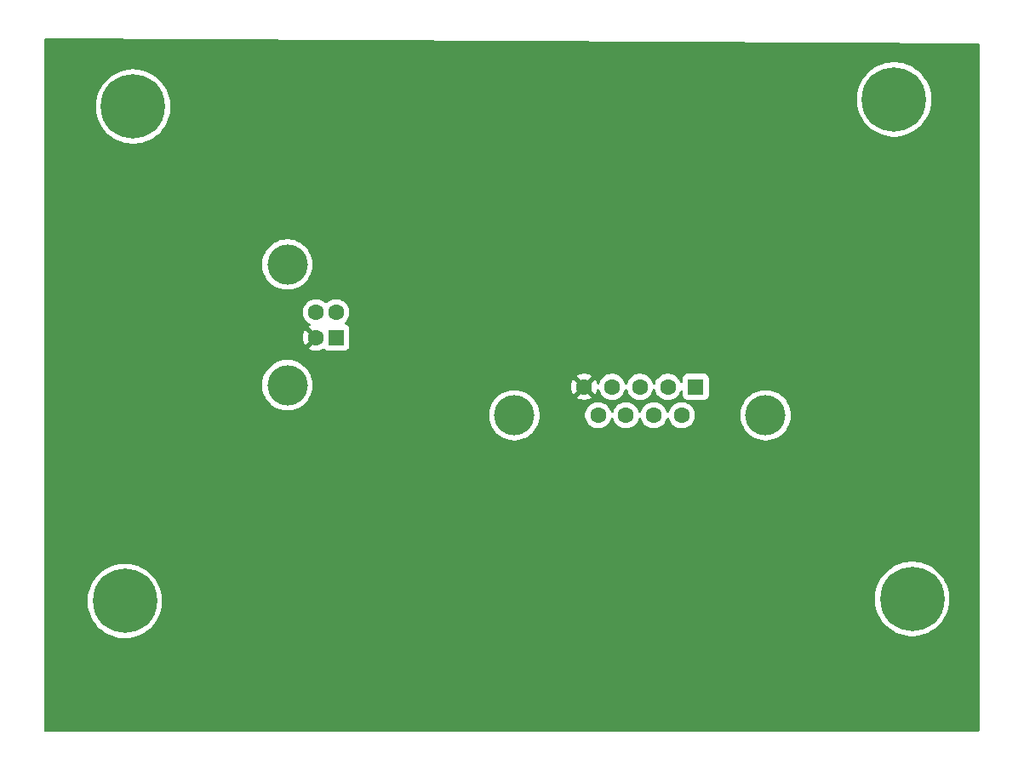
<source format=gbr>
%TF.GenerationSoftware,KiCad,Pcbnew,9.0.1*%
%TF.CreationDate,2025-05-14T18:29:24+05:30*%
%TF.ProjectId,usb,7573622e-6b69-4636-9164-5f7063625858,rev?*%
%TF.SameCoordinates,Original*%
%TF.FileFunction,Copper,L2,Bot*%
%TF.FilePolarity,Positive*%
%FSLAX46Y46*%
G04 Gerber Fmt 4.6, Leading zero omitted, Abs format (unit mm)*
G04 Created by KiCad (PCBNEW 9.0.1) date 2025-05-14 18:29:24*
%MOMM*%
%LPD*%
G01*
G04 APERTURE LIST*
%TA.AperFunction,ComponentPad*%
%ADD10C,4.000000*%
%TD*%
%TA.AperFunction,ComponentPad*%
%ADD11R,1.600000X1.600000*%
%TD*%
%TA.AperFunction,ComponentPad*%
%ADD12C,1.600000*%
%TD*%
%TA.AperFunction,ComponentPad*%
%ADD13C,0.800000*%
%TD*%
%TA.AperFunction,ComponentPad*%
%ADD14C,6.400000*%
%TD*%
G04 APERTURE END LIST*
D10*
%TO.P,J2,0,PAD*%
%TO.N,unconnected-(J2-PAD-Pad0)_1*%
X153230000Y-82525001D03*
%TO.N,unconnected-(J2-PAD-Pad0)*%
X178230000Y-82525001D03*
D11*
%TO.P,J2,1,1*%
%TO.N,unconnected-(J2-Pad1)*%
X171270000Y-79685001D03*
D12*
%TO.P,J2,2,2*%
%TO.N,Net-(U2-R1IN)*%
X168500000Y-79685001D03*
%TO.P,J2,3,3*%
%TO.N,Net-(U2-T1OUT)*%
X165730000Y-79685001D03*
%TO.P,J2,4,4*%
%TO.N,unconnected-(J2-Pad4)*%
X162960000Y-79685001D03*
%TO.P,J2,5,5*%
%TO.N,GND*%
X160190000Y-79685001D03*
%TO.P,J2,6,6*%
%TO.N,unconnected-(J2-Pad6)*%
X169885000Y-82525001D03*
%TO.P,J2,7,7*%
%TO.N,unconnected-(J2-Pad7)*%
X167115000Y-82525001D03*
%TO.P,J2,8,8*%
%TO.N,unconnected-(J2-Pad8)*%
X164345000Y-82525001D03*
%TO.P,J2,9,9*%
%TO.N,unconnected-(J2-Pad9)*%
X161575000Y-82525001D03*
%TD*%
D13*
%TO.P,H1,1,1*%
%TO.N,unconnected-(H1-Pad1)_6*%
X117702944Y-51802944D03*
%TO.N,unconnected-(H1-Pad1)_1*%
X117000000Y-53500000D03*
%TO.N,unconnected-(H1-Pad1)_2*%
X117000000Y-50105888D03*
%TO.N,unconnected-(H1-Pad1)_3*%
X115302944Y-54202944D03*
D14*
%TO.N,unconnected-(H1-Pad1)_7*%
X115302944Y-51802944D03*
D13*
%TO.N,unconnected-(H1-Pad1)_8*%
X115302944Y-49402944D03*
%TO.N,unconnected-(H1-Pad1)_5*%
X113605888Y-53500000D03*
%TO.N,unconnected-(H1-Pad1)*%
X113605888Y-50105888D03*
%TO.N,unconnected-(H1-Pad1)_4*%
X112902944Y-51802944D03*
%TD*%
%TO.P,H2,1,1*%
%TO.N,unconnected-(H2-Pad1)_8*%
X193400000Y-51100000D03*
%TO.N,unconnected-(H2-Pad1)_2*%
X192697056Y-52797056D03*
%TO.N,unconnected-(H2-Pad1)_4*%
X192697056Y-49402944D03*
%TO.N,unconnected-(H2-Pad1)_7*%
X191000000Y-53500000D03*
D14*
%TO.N,unconnected-(H2-Pad1)_5*%
X191000000Y-51100000D03*
D13*
%TO.N,unconnected-(H2-Pad1)_6*%
X191000000Y-48700000D03*
%TO.N,unconnected-(H2-Pad1)_3*%
X189302944Y-52797056D03*
%TO.N,unconnected-(H2-Pad1)*%
X189302944Y-49402944D03*
%TO.N,unconnected-(H2-Pad1)_1*%
X188600000Y-51100000D03*
%TD*%
%TO.P,H3,1,1*%
%TO.N,unconnected-(H3-Pad1)_4*%
X116900000Y-101000000D03*
%TO.N,unconnected-(H3-Pad1)_7*%
X116197056Y-102697056D03*
%TO.N,unconnected-(H3-Pad1)_8*%
X116197056Y-99302944D03*
%TO.N,unconnected-(H3-Pad1)*%
X114500000Y-103400000D03*
D14*
%TO.N,unconnected-(H3-Pad1)_2*%
X114500000Y-101000000D03*
D13*
%TO.N,unconnected-(H3-Pad1)_3*%
X114500000Y-98600000D03*
%TO.N,unconnected-(H3-Pad1)_5*%
X112802944Y-102697056D03*
%TO.N,unconnected-(H3-Pad1)_1*%
X112802944Y-99302944D03*
%TO.N,unconnected-(H3-Pad1)_6*%
X112100000Y-101000000D03*
%TD*%
%TO.P,H4,1,1*%
%TO.N,unconnected-(H4-Pad1)_6*%
X190402944Y-100802944D03*
%TO.N,unconnected-(H4-Pad1)_7*%
X191105888Y-99105888D03*
%TO.N,unconnected-(H4-Pad1)_1*%
X191105888Y-102500000D03*
%TO.N,unconnected-(H4-Pad1)_8*%
X192802944Y-98402944D03*
D14*
%TO.N,unconnected-(H4-Pad1)_3*%
X192802944Y-100802944D03*
D13*
%TO.N,unconnected-(H4-Pad1)_4*%
X192802944Y-103202944D03*
%TO.N,unconnected-(H4-Pad1)*%
X194500000Y-99105888D03*
%TO.N,unconnected-(H4-Pad1)_5*%
X194500000Y-102500000D03*
%TO.N,unconnected-(H4-Pad1)_2*%
X195202944Y-100802944D03*
%TD*%
D11*
%TO.P,J1,1,VBUS*%
%TO.N,+5V*%
X135517500Y-74775001D03*
D12*
%TO.P,J1,2,D-*%
%TO.N,/USB_D-*%
X135517500Y-72275001D03*
%TO.P,J1,3,D+*%
%TO.N,/USB_D+*%
X133517500Y-72275001D03*
%TO.P,J1,4,GND*%
%TO.N,GND*%
X133517500Y-74775001D03*
D10*
%TO.P,J1,5,Shield*%
%TO.N,unconnected-(J1-Shield-Pad5)_1*%
X130657500Y-79525001D03*
%TO.N,unconnected-(J1-Shield-Pad5)*%
X130657500Y-67525001D03*
%TD*%
%TA.AperFunction,Conductor*%
%TO.N,GND*%
G36*
X199376670Y-45499336D02*
G01*
X199443599Y-45519380D01*
X199489070Y-45572430D01*
X199500000Y-45623334D01*
X199500000Y-113876000D01*
X199480315Y-113943039D01*
X199427511Y-113988794D01*
X199376000Y-114000000D01*
X106624000Y-114000000D01*
X106556961Y-113980315D01*
X106511206Y-113927511D01*
X106500000Y-113876000D01*
X106500000Y-100818209D01*
X110799500Y-100818209D01*
X110799500Y-101181790D01*
X110835137Y-101543630D01*
X110906064Y-101900212D01*
X110906067Y-101900223D01*
X111011614Y-102248165D01*
X111150754Y-102584078D01*
X111150756Y-102584083D01*
X111322140Y-102904720D01*
X111322151Y-102904738D01*
X111524140Y-103207035D01*
X111524150Y-103207049D01*
X111754807Y-103488106D01*
X112011893Y-103745192D01*
X112011898Y-103745196D01*
X112011899Y-103745197D01*
X112292956Y-103975854D01*
X112595268Y-104177853D01*
X112595277Y-104177858D01*
X112595279Y-104177859D01*
X112915916Y-104349243D01*
X112915918Y-104349243D01*
X112915924Y-104349247D01*
X113251836Y-104488386D01*
X113599767Y-104593930D01*
X113599773Y-104593931D01*
X113599776Y-104593932D01*
X113599787Y-104593935D01*
X113956369Y-104664862D01*
X114318206Y-104700500D01*
X114318209Y-104700500D01*
X114681791Y-104700500D01*
X114681794Y-104700500D01*
X115043631Y-104664862D01*
X115113045Y-104651054D01*
X115400212Y-104593935D01*
X115400223Y-104593932D01*
X115400223Y-104593931D01*
X115400233Y-104593930D01*
X115748164Y-104488386D01*
X116084076Y-104349247D01*
X116404732Y-104177853D01*
X116707044Y-103975854D01*
X116988101Y-103745197D01*
X117245197Y-103488101D01*
X117475854Y-103207044D01*
X117677853Y-102904732D01*
X117849247Y-102584076D01*
X117988386Y-102248164D01*
X118093930Y-101900233D01*
X118093932Y-101900223D01*
X118093935Y-101900212D01*
X118164862Y-101543630D01*
X118184270Y-101346575D01*
X118200500Y-101181794D01*
X118200500Y-100818206D01*
X118181092Y-100621153D01*
X189102444Y-100621153D01*
X189102444Y-100984734D01*
X189138081Y-101346574D01*
X189209008Y-101703156D01*
X189209011Y-101703167D01*
X189314558Y-102051109D01*
X189453698Y-102387022D01*
X189453700Y-102387027D01*
X189625084Y-102707664D01*
X189625095Y-102707682D01*
X189827084Y-103009979D01*
X189827094Y-103009993D01*
X190057751Y-103291050D01*
X190314837Y-103548136D01*
X190314842Y-103548140D01*
X190314843Y-103548141D01*
X190595900Y-103778798D01*
X190898212Y-103980797D01*
X190898221Y-103980802D01*
X190898223Y-103980803D01*
X191218860Y-104152187D01*
X191218862Y-104152187D01*
X191218868Y-104152191D01*
X191554780Y-104291330D01*
X191902711Y-104396874D01*
X191902717Y-104396875D01*
X191902720Y-104396876D01*
X191902731Y-104396879D01*
X192259313Y-104467806D01*
X192621150Y-104503444D01*
X192621153Y-104503444D01*
X192984735Y-104503444D01*
X192984738Y-104503444D01*
X193346575Y-104467806D01*
X193415989Y-104453998D01*
X193703156Y-104396879D01*
X193703167Y-104396876D01*
X193703167Y-104396875D01*
X193703177Y-104396874D01*
X194051108Y-104291330D01*
X194387020Y-104152191D01*
X194707676Y-103980797D01*
X195009988Y-103778798D01*
X195291045Y-103548141D01*
X195548141Y-103291045D01*
X195778798Y-103009988D01*
X195980797Y-102707676D01*
X196152191Y-102387020D01*
X196291330Y-102051108D01*
X196396874Y-101703177D01*
X196396876Y-101703167D01*
X196396879Y-101703156D01*
X196467806Y-101346574D01*
X196503444Y-100984738D01*
X196503444Y-100621150D01*
X196467806Y-100259313D01*
X196436075Y-100099787D01*
X196396879Y-99902731D01*
X196396876Y-99902720D01*
X196396875Y-99902717D01*
X196396874Y-99902711D01*
X196291330Y-99554780D01*
X196152191Y-99218868D01*
X196086131Y-99095279D01*
X195980803Y-98898223D01*
X195980802Y-98898221D01*
X195980797Y-98898212D01*
X195778798Y-98595900D01*
X195548141Y-98314843D01*
X195548140Y-98314842D01*
X195548136Y-98314837D01*
X195291050Y-98057751D01*
X195009993Y-97827094D01*
X195009992Y-97827093D01*
X195009988Y-97827090D01*
X194707676Y-97625091D01*
X194707671Y-97625088D01*
X194707664Y-97625084D01*
X194387027Y-97453700D01*
X194387022Y-97453698D01*
X194051109Y-97314558D01*
X193703167Y-97209011D01*
X193703156Y-97209008D01*
X193346574Y-97138081D01*
X193074055Y-97111240D01*
X192984738Y-97102444D01*
X192621150Y-97102444D01*
X192538623Y-97110572D01*
X192259313Y-97138081D01*
X191902731Y-97209008D01*
X191902720Y-97209011D01*
X191554778Y-97314558D01*
X191218865Y-97453698D01*
X191218860Y-97453700D01*
X190898223Y-97625084D01*
X190898205Y-97625095D01*
X190595908Y-97827084D01*
X190595894Y-97827094D01*
X190314837Y-98057751D01*
X190057751Y-98314837D01*
X189827094Y-98595894D01*
X189827084Y-98595908D01*
X189625095Y-98898205D01*
X189625084Y-98898223D01*
X189453700Y-99218860D01*
X189453698Y-99218865D01*
X189314558Y-99554778D01*
X189209011Y-99902720D01*
X189209008Y-99902731D01*
X189138081Y-100259313D01*
X189102444Y-100621153D01*
X118181092Y-100621153D01*
X118164862Y-100456369D01*
X118093935Y-100099787D01*
X118093932Y-100099776D01*
X118093931Y-100099773D01*
X118093930Y-100099767D01*
X117988386Y-99751836D01*
X117849247Y-99415924D01*
X117743918Y-99218868D01*
X117677859Y-99095279D01*
X117677858Y-99095277D01*
X117677853Y-99095268D01*
X117475854Y-98792956D01*
X117245197Y-98511899D01*
X117245196Y-98511898D01*
X117245192Y-98511893D01*
X116988106Y-98254807D01*
X116707049Y-98024150D01*
X116707048Y-98024149D01*
X116707044Y-98024146D01*
X116404732Y-97822147D01*
X116404727Y-97822144D01*
X116404720Y-97822140D01*
X116084083Y-97650756D01*
X116084078Y-97650754D01*
X115748165Y-97511614D01*
X115400223Y-97406067D01*
X115400212Y-97406064D01*
X115043630Y-97335137D01*
X114771111Y-97308296D01*
X114681794Y-97299500D01*
X114318206Y-97299500D01*
X114235679Y-97307628D01*
X113956369Y-97335137D01*
X113599787Y-97406064D01*
X113599776Y-97406067D01*
X113251834Y-97511614D01*
X112915921Y-97650754D01*
X112915916Y-97650756D01*
X112595279Y-97822140D01*
X112595261Y-97822151D01*
X112292964Y-98024140D01*
X112292950Y-98024150D01*
X112011893Y-98254807D01*
X111754807Y-98511893D01*
X111524150Y-98792950D01*
X111524140Y-98792964D01*
X111322151Y-99095261D01*
X111322140Y-99095279D01*
X111150756Y-99415916D01*
X111150754Y-99415921D01*
X111011614Y-99751834D01*
X110906067Y-100099776D01*
X110906064Y-100099787D01*
X110835137Y-100456369D01*
X110799500Y-100818209D01*
X106500000Y-100818209D01*
X106500000Y-82384569D01*
X150729500Y-82384569D01*
X150729500Y-82665432D01*
X150760942Y-82944495D01*
X150760945Y-82944513D01*
X150823439Y-83218318D01*
X150823443Y-83218330D01*
X150916200Y-83483412D01*
X151038053Y-83736443D01*
X151038055Y-83736446D01*
X151187477Y-83974249D01*
X151362584Y-84193826D01*
X151561175Y-84392417D01*
X151780752Y-84567524D01*
X152018555Y-84716946D01*
X152271592Y-84838802D01*
X152470680Y-84908466D01*
X152536670Y-84931557D01*
X152536682Y-84931561D01*
X152810491Y-84994056D01*
X152810497Y-84994056D01*
X152810505Y-84994058D01*
X152996547Y-85015019D01*
X153089569Y-85025500D01*
X153089572Y-85025501D01*
X153089575Y-85025501D01*
X153370428Y-85025501D01*
X153370429Y-85025500D01*
X153513055Y-85009430D01*
X153649494Y-84994058D01*
X153649499Y-84994057D01*
X153649509Y-84994056D01*
X153923318Y-84931561D01*
X154188408Y-84838802D01*
X154441445Y-84716946D01*
X154679248Y-84567524D01*
X154898825Y-84392417D01*
X155097416Y-84193826D01*
X155272523Y-83974249D01*
X155421945Y-83736446D01*
X155543801Y-83483409D01*
X155636560Y-83218319D01*
X155699055Y-82944510D01*
X155712010Y-82829535D01*
X155714429Y-82808056D01*
X155730500Y-82665426D01*
X155730500Y-82422649D01*
X160274500Y-82422649D01*
X160274500Y-82627352D01*
X160306522Y-82829535D01*
X160369781Y-83024224D01*
X160462715Y-83206614D01*
X160583028Y-83372214D01*
X160727786Y-83516972D01*
X160882749Y-83629557D01*
X160893390Y-83637288D01*
X161009607Y-83696504D01*
X161075776Y-83730219D01*
X161075778Y-83730219D01*
X161075781Y-83730221D01*
X161180137Y-83764128D01*
X161270465Y-83793478D01*
X161371557Y-83809489D01*
X161472648Y-83825501D01*
X161472649Y-83825501D01*
X161677351Y-83825501D01*
X161677352Y-83825501D01*
X161879534Y-83793478D01*
X162074219Y-83730221D01*
X162256610Y-83637288D01*
X162349590Y-83569733D01*
X162422213Y-83516972D01*
X162422215Y-83516969D01*
X162422219Y-83516967D01*
X162566966Y-83372220D01*
X162566968Y-83372216D01*
X162566971Y-83372214D01*
X162619732Y-83299591D01*
X162687287Y-83206611D01*
X162780220Y-83024220D01*
X162842069Y-82833869D01*
X162881507Y-82776194D01*
X162945866Y-82748996D01*
X163014712Y-82760911D01*
X163066188Y-82808155D01*
X163077931Y-82833869D01*
X163139781Y-83024224D01*
X163232715Y-83206614D01*
X163353028Y-83372214D01*
X163497786Y-83516972D01*
X163652749Y-83629557D01*
X163663390Y-83637288D01*
X163779607Y-83696504D01*
X163845776Y-83730219D01*
X163845778Y-83730219D01*
X163845781Y-83730221D01*
X163950137Y-83764128D01*
X164040465Y-83793478D01*
X164141557Y-83809489D01*
X164242648Y-83825501D01*
X164242649Y-83825501D01*
X164447351Y-83825501D01*
X164447352Y-83825501D01*
X164649534Y-83793478D01*
X164844219Y-83730221D01*
X165026610Y-83637288D01*
X165119590Y-83569733D01*
X165192213Y-83516972D01*
X165192215Y-83516969D01*
X165192219Y-83516967D01*
X165336966Y-83372220D01*
X165336968Y-83372216D01*
X165336971Y-83372214D01*
X165389732Y-83299591D01*
X165457287Y-83206611D01*
X165550220Y-83024220D01*
X165612069Y-82833869D01*
X165651507Y-82776194D01*
X165715866Y-82748996D01*
X165784712Y-82760911D01*
X165836188Y-82808155D01*
X165847931Y-82833869D01*
X165909781Y-83024224D01*
X166002715Y-83206614D01*
X166123028Y-83372214D01*
X166267786Y-83516972D01*
X166422749Y-83629557D01*
X166433390Y-83637288D01*
X166549607Y-83696504D01*
X166615776Y-83730219D01*
X166615778Y-83730219D01*
X166615781Y-83730221D01*
X166720137Y-83764128D01*
X166810465Y-83793478D01*
X166911557Y-83809489D01*
X167012648Y-83825501D01*
X167012649Y-83825501D01*
X167217351Y-83825501D01*
X167217352Y-83825501D01*
X167419534Y-83793478D01*
X167614219Y-83730221D01*
X167796610Y-83637288D01*
X167889590Y-83569733D01*
X167962213Y-83516972D01*
X167962215Y-83516969D01*
X167962219Y-83516967D01*
X168106966Y-83372220D01*
X168106968Y-83372216D01*
X168106971Y-83372214D01*
X168159732Y-83299591D01*
X168227287Y-83206611D01*
X168320220Y-83024220D01*
X168382069Y-82833869D01*
X168421507Y-82776194D01*
X168485866Y-82748996D01*
X168554712Y-82760911D01*
X168606188Y-82808155D01*
X168617931Y-82833869D01*
X168679781Y-83024224D01*
X168772715Y-83206614D01*
X168893028Y-83372214D01*
X169037786Y-83516972D01*
X169192749Y-83629557D01*
X169203390Y-83637288D01*
X169319607Y-83696504D01*
X169385776Y-83730219D01*
X169385778Y-83730219D01*
X169385781Y-83730221D01*
X169490137Y-83764128D01*
X169580465Y-83793478D01*
X169681557Y-83809489D01*
X169782648Y-83825501D01*
X169782649Y-83825501D01*
X169987351Y-83825501D01*
X169987352Y-83825501D01*
X170189534Y-83793478D01*
X170384219Y-83730221D01*
X170566610Y-83637288D01*
X170659590Y-83569733D01*
X170732213Y-83516972D01*
X170732215Y-83516969D01*
X170732219Y-83516967D01*
X170876966Y-83372220D01*
X170876968Y-83372216D01*
X170876971Y-83372214D01*
X170929732Y-83299591D01*
X170997287Y-83206611D01*
X171090220Y-83024220D01*
X171153477Y-82829535D01*
X171185500Y-82627353D01*
X171185500Y-82422649D01*
X171179469Y-82384569D01*
X175729500Y-82384569D01*
X175729500Y-82665432D01*
X175760942Y-82944495D01*
X175760945Y-82944513D01*
X175823439Y-83218318D01*
X175823443Y-83218330D01*
X175916200Y-83483412D01*
X176038053Y-83736443D01*
X176038055Y-83736446D01*
X176187477Y-83974249D01*
X176362584Y-84193826D01*
X176561175Y-84392417D01*
X176780752Y-84567524D01*
X177018555Y-84716946D01*
X177271592Y-84838802D01*
X177470680Y-84908466D01*
X177536670Y-84931557D01*
X177536682Y-84931561D01*
X177810491Y-84994056D01*
X177810497Y-84994056D01*
X177810505Y-84994058D01*
X177996547Y-85015019D01*
X178089569Y-85025500D01*
X178089572Y-85025501D01*
X178089575Y-85025501D01*
X178370428Y-85025501D01*
X178370429Y-85025500D01*
X178513055Y-85009430D01*
X178649494Y-84994058D01*
X178649499Y-84994057D01*
X178649509Y-84994056D01*
X178923318Y-84931561D01*
X179188408Y-84838802D01*
X179441445Y-84716946D01*
X179679248Y-84567524D01*
X179898825Y-84392417D01*
X180097416Y-84193826D01*
X180272523Y-83974249D01*
X180421945Y-83736446D01*
X180543801Y-83483409D01*
X180636560Y-83218319D01*
X180699055Y-82944510D01*
X180712010Y-82829535D01*
X180714429Y-82808056D01*
X180730500Y-82665426D01*
X180730500Y-82384576D01*
X180714418Y-82241846D01*
X180699057Y-82105506D01*
X180699054Y-82105488D01*
X180673620Y-81994056D01*
X180636560Y-81831683D01*
X180543801Y-81566593D01*
X180421945Y-81313556D01*
X180272523Y-81075753D01*
X180097416Y-80856176D01*
X179898825Y-80657585D01*
X179679248Y-80482478D01*
X179441445Y-80333056D01*
X179441442Y-80333054D01*
X179188411Y-80211201D01*
X178923329Y-80118444D01*
X178923317Y-80118440D01*
X178649512Y-80055946D01*
X178649494Y-80055943D01*
X178370431Y-80024501D01*
X178370425Y-80024501D01*
X178089575Y-80024501D01*
X178089568Y-80024501D01*
X177810505Y-80055943D01*
X177810487Y-80055946D01*
X177536682Y-80118440D01*
X177536670Y-80118444D01*
X177271588Y-80211201D01*
X177018557Y-80333054D01*
X176780753Y-80482477D01*
X176561175Y-80657584D01*
X176362583Y-80856176D01*
X176187476Y-81075754D01*
X176038053Y-81313558D01*
X175916200Y-81566589D01*
X175823443Y-81831671D01*
X175823439Y-81831683D01*
X175760945Y-82105488D01*
X175760942Y-82105506D01*
X175729500Y-82384569D01*
X171179469Y-82384569D01*
X171153477Y-82220467D01*
X171152068Y-82216132D01*
X171090218Y-82025777D01*
X171042210Y-81931557D01*
X170997287Y-81843391D01*
X170988772Y-81831671D01*
X170876971Y-81677787D01*
X170732213Y-81533029D01*
X170566613Y-81412716D01*
X170566612Y-81412715D01*
X170566610Y-81412714D01*
X170509653Y-81383692D01*
X170384223Y-81319782D01*
X170189534Y-81256523D01*
X170014995Y-81228879D01*
X169987352Y-81224501D01*
X169782648Y-81224501D01*
X169758329Y-81228352D01*
X169580465Y-81256523D01*
X169385776Y-81319782D01*
X169203386Y-81412716D01*
X169037786Y-81533029D01*
X168893028Y-81677787D01*
X168772715Y-81843387D01*
X168679781Y-82025777D01*
X168617931Y-82216132D01*
X168578493Y-82273807D01*
X168514134Y-82301005D01*
X168445288Y-82289090D01*
X168393812Y-82241846D01*
X168382069Y-82216132D01*
X168320218Y-82025777D01*
X168272210Y-81931557D01*
X168227287Y-81843391D01*
X168218772Y-81831671D01*
X168106971Y-81677787D01*
X167962213Y-81533029D01*
X167796613Y-81412716D01*
X167796612Y-81412715D01*
X167796610Y-81412714D01*
X167739653Y-81383692D01*
X167614223Y-81319782D01*
X167419534Y-81256523D01*
X167244995Y-81228879D01*
X167217352Y-81224501D01*
X167012648Y-81224501D01*
X166988329Y-81228352D01*
X166810465Y-81256523D01*
X166615776Y-81319782D01*
X166433386Y-81412716D01*
X166267786Y-81533029D01*
X166123028Y-81677787D01*
X166002715Y-81843387D01*
X165909781Y-82025777D01*
X165847931Y-82216132D01*
X165808493Y-82273807D01*
X165744134Y-82301005D01*
X165675288Y-82289090D01*
X165623812Y-82241846D01*
X165612069Y-82216132D01*
X165550218Y-82025777D01*
X165502210Y-81931557D01*
X165457287Y-81843391D01*
X165448772Y-81831671D01*
X165336971Y-81677787D01*
X165192213Y-81533029D01*
X165026613Y-81412716D01*
X165026612Y-81412715D01*
X165026610Y-81412714D01*
X164969653Y-81383692D01*
X164844223Y-81319782D01*
X164649534Y-81256523D01*
X164474995Y-81228879D01*
X164447352Y-81224501D01*
X164242648Y-81224501D01*
X164218329Y-81228352D01*
X164040465Y-81256523D01*
X163845776Y-81319782D01*
X163663386Y-81412716D01*
X163497786Y-81533029D01*
X163353028Y-81677787D01*
X163232715Y-81843387D01*
X163139781Y-82025777D01*
X163077931Y-82216132D01*
X163038493Y-82273807D01*
X162974134Y-82301005D01*
X162905288Y-82289090D01*
X162853812Y-82241846D01*
X162842069Y-82216132D01*
X162780218Y-82025777D01*
X162732210Y-81931557D01*
X162687287Y-81843391D01*
X162678772Y-81831671D01*
X162566971Y-81677787D01*
X162422213Y-81533029D01*
X162256613Y-81412716D01*
X162256612Y-81412715D01*
X162256610Y-81412714D01*
X162199653Y-81383692D01*
X162074223Y-81319782D01*
X161879534Y-81256523D01*
X161704995Y-81228879D01*
X161677352Y-81224501D01*
X161472648Y-81224501D01*
X161448329Y-81228352D01*
X161270465Y-81256523D01*
X161075776Y-81319782D01*
X160893386Y-81412716D01*
X160727786Y-81533029D01*
X160583028Y-81677787D01*
X160462715Y-81843387D01*
X160369781Y-82025777D01*
X160306522Y-82220466D01*
X160274500Y-82422649D01*
X155730500Y-82422649D01*
X155730500Y-82384576D01*
X155714418Y-82241846D01*
X155699057Y-82105506D01*
X155699054Y-82105488D01*
X155673620Y-81994056D01*
X155636560Y-81831683D01*
X155543801Y-81566593D01*
X155421945Y-81313556D01*
X155272523Y-81075753D01*
X155097416Y-80856176D01*
X154898825Y-80657585D01*
X154679248Y-80482478D01*
X154441445Y-80333056D01*
X154441442Y-80333054D01*
X154188411Y-80211201D01*
X153923329Y-80118444D01*
X153923317Y-80118440D01*
X153649512Y-80055946D01*
X153649494Y-80055943D01*
X153370431Y-80024501D01*
X153370425Y-80024501D01*
X153089575Y-80024501D01*
X153089568Y-80024501D01*
X152810505Y-80055943D01*
X152810487Y-80055946D01*
X152536682Y-80118440D01*
X152536670Y-80118444D01*
X152271588Y-80211201D01*
X152018557Y-80333054D01*
X151780753Y-80482477D01*
X151561175Y-80657584D01*
X151362583Y-80856176D01*
X151187476Y-81075754D01*
X151038053Y-81313558D01*
X150916200Y-81566589D01*
X150823443Y-81831671D01*
X150823439Y-81831683D01*
X150760945Y-82105488D01*
X150760942Y-82105506D01*
X150729500Y-82384569D01*
X106500000Y-82384569D01*
X106500000Y-79384569D01*
X128157000Y-79384569D01*
X128157000Y-79665432D01*
X128188442Y-79944495D01*
X128188445Y-79944513D01*
X128250939Y-80218318D01*
X128250943Y-80218330D01*
X128343700Y-80483412D01*
X128465553Y-80736443D01*
X128465555Y-80736446D01*
X128614977Y-80974249D01*
X128790084Y-81193826D01*
X128988675Y-81392417D01*
X129208252Y-81567524D01*
X129446055Y-81716946D01*
X129699092Y-81838802D01*
X129898180Y-81908466D01*
X129964170Y-81931557D01*
X129964182Y-81931561D01*
X130237991Y-81994056D01*
X130237997Y-81994056D01*
X130238005Y-81994058D01*
X130424047Y-82015019D01*
X130517069Y-82025500D01*
X130517072Y-82025501D01*
X130517075Y-82025501D01*
X130797928Y-82025501D01*
X130797929Y-82025500D01*
X130940555Y-82009430D01*
X131076994Y-81994058D01*
X131076999Y-81994057D01*
X131077009Y-81994056D01*
X131350818Y-81931561D01*
X131615908Y-81838802D01*
X131868945Y-81716946D01*
X132106748Y-81567524D01*
X132326325Y-81392417D01*
X132524916Y-81193826D01*
X132700023Y-80974249D01*
X132849445Y-80736446D01*
X132971301Y-80483409D01*
X133064060Y-80218319D01*
X133126555Y-79944510D01*
X133130557Y-79908996D01*
X133155794Y-79685001D01*
X133158000Y-79665426D01*
X133158000Y-79582683D01*
X158890000Y-79582683D01*
X158890000Y-79787318D01*
X158922009Y-79989418D01*
X158985244Y-80184032D01*
X159078141Y-80366351D01*
X159078147Y-80366360D01*
X159110523Y-80410922D01*
X159110524Y-80410923D01*
X159707037Y-79814410D01*
X159724075Y-79877994D01*
X159789901Y-79992008D01*
X159882993Y-80085100D01*
X159997007Y-80150926D01*
X160060590Y-80167963D01*
X159464076Y-80764475D01*
X159508650Y-80796860D01*
X159690968Y-80889756D01*
X159885582Y-80952991D01*
X160087683Y-80985001D01*
X160292317Y-80985001D01*
X160494417Y-80952991D01*
X160689031Y-80889756D01*
X160871349Y-80796860D01*
X160915921Y-80764475D01*
X160319409Y-80167963D01*
X160382993Y-80150926D01*
X160497007Y-80085100D01*
X160590099Y-79992008D01*
X160655925Y-79877994D01*
X160672962Y-79814410D01*
X161269474Y-80410922D01*
X161301859Y-80366350D01*
X161394755Y-80184030D01*
X161456806Y-79993062D01*
X161496244Y-79935386D01*
X161560602Y-79908188D01*
X161629449Y-79920103D01*
X161680924Y-79967347D01*
X161692668Y-79993061D01*
X161754781Y-80184224D01*
X161818691Y-80309654D01*
X161847585Y-80366360D01*
X161847715Y-80366614D01*
X161968028Y-80532214D01*
X162112786Y-80676972D01*
X162194647Y-80736446D01*
X162278390Y-80797288D01*
X162367212Y-80842545D01*
X162460776Y-80890219D01*
X162460778Y-80890219D01*
X162460781Y-80890221D01*
X162565137Y-80924128D01*
X162655465Y-80953478D01*
X162756557Y-80969489D01*
X162857648Y-80985501D01*
X162857649Y-80985501D01*
X163062351Y-80985501D01*
X163062352Y-80985501D01*
X163264534Y-80953478D01*
X163459219Y-80890221D01*
X163641610Y-80797288D01*
X163737901Y-80727329D01*
X163807213Y-80676972D01*
X163807215Y-80676969D01*
X163807219Y-80676967D01*
X163951966Y-80532220D01*
X163951968Y-80532216D01*
X163951971Y-80532214D01*
X164004732Y-80459591D01*
X164072287Y-80366611D01*
X164165220Y-80184220D01*
X164227069Y-79993869D01*
X164266507Y-79936194D01*
X164330866Y-79908996D01*
X164399712Y-79920911D01*
X164451188Y-79968155D01*
X164462931Y-79993869D01*
X164524781Y-80184224D01*
X164588691Y-80309654D01*
X164617585Y-80366360D01*
X164617715Y-80366614D01*
X164738028Y-80532214D01*
X164882786Y-80676972D01*
X164964647Y-80736446D01*
X165048390Y-80797288D01*
X165137212Y-80842545D01*
X165230776Y-80890219D01*
X165230778Y-80890219D01*
X165230781Y-80890221D01*
X165335137Y-80924128D01*
X165425465Y-80953478D01*
X165526557Y-80969489D01*
X165627648Y-80985501D01*
X165627649Y-80985501D01*
X165832351Y-80985501D01*
X165832352Y-80985501D01*
X166034534Y-80953478D01*
X166229219Y-80890221D01*
X166411610Y-80797288D01*
X166507901Y-80727329D01*
X166577213Y-80676972D01*
X166577215Y-80676969D01*
X166577219Y-80676967D01*
X166721966Y-80532220D01*
X166721968Y-80532216D01*
X166721971Y-80532214D01*
X166774732Y-80459591D01*
X166842287Y-80366611D01*
X166935220Y-80184220D01*
X166997069Y-79993869D01*
X167036507Y-79936194D01*
X167100866Y-79908996D01*
X167169712Y-79920911D01*
X167221188Y-79968155D01*
X167232931Y-79993869D01*
X167294781Y-80184224D01*
X167358691Y-80309654D01*
X167387585Y-80366360D01*
X167387715Y-80366614D01*
X167508028Y-80532214D01*
X167652786Y-80676972D01*
X167734647Y-80736446D01*
X167818390Y-80797288D01*
X167907212Y-80842545D01*
X168000776Y-80890219D01*
X168000778Y-80890219D01*
X168000781Y-80890221D01*
X168105137Y-80924128D01*
X168195465Y-80953478D01*
X168296557Y-80969489D01*
X168397648Y-80985501D01*
X168397649Y-80985501D01*
X168602351Y-80985501D01*
X168602352Y-80985501D01*
X168804534Y-80953478D01*
X168999219Y-80890221D01*
X169181610Y-80797288D01*
X169277901Y-80727329D01*
X169347213Y-80676972D01*
X169347215Y-80676969D01*
X169347219Y-80676967D01*
X169491966Y-80532220D01*
X169491968Y-80532216D01*
X169491971Y-80532214D01*
X169544732Y-80459591D01*
X169612287Y-80366611D01*
X169705220Y-80184220D01*
X169727570Y-80115433D01*
X169767006Y-80057759D01*
X169831364Y-80030560D01*
X169900211Y-80042474D01*
X169951687Y-80089718D01*
X169969500Y-80153752D01*
X169969500Y-80532870D01*
X169969501Y-80532877D01*
X169975908Y-80592484D01*
X170026202Y-80727329D01*
X170026206Y-80727336D01*
X170112452Y-80842545D01*
X170112455Y-80842548D01*
X170227664Y-80928794D01*
X170227671Y-80928798D01*
X170362517Y-80979092D01*
X170362516Y-80979092D01*
X170369444Y-80979836D01*
X170422127Y-80985501D01*
X172117872Y-80985500D01*
X172177483Y-80979092D01*
X172312331Y-80928797D01*
X172427546Y-80842547D01*
X172513796Y-80727332D01*
X172564091Y-80592484D01*
X172570500Y-80532874D01*
X172570499Y-78837129D01*
X172564091Y-78777518D01*
X172532843Y-78693739D01*
X172513797Y-78642672D01*
X172513793Y-78642665D01*
X172427547Y-78527456D01*
X172427544Y-78527453D01*
X172312335Y-78441207D01*
X172312328Y-78441203D01*
X172177482Y-78390909D01*
X172177483Y-78390909D01*
X172117883Y-78384502D01*
X172117881Y-78384501D01*
X172117873Y-78384501D01*
X172117864Y-78384501D01*
X170422129Y-78384501D01*
X170422123Y-78384502D01*
X170362516Y-78390909D01*
X170227671Y-78441203D01*
X170227664Y-78441207D01*
X170112455Y-78527453D01*
X170112452Y-78527456D01*
X170026206Y-78642665D01*
X170026202Y-78642672D01*
X169975908Y-78777518D01*
X169970085Y-78831683D01*
X169969501Y-78837124D01*
X169969500Y-78837136D01*
X169969500Y-79216247D01*
X169949815Y-79283286D01*
X169897011Y-79329041D01*
X169827853Y-79338985D01*
X169764297Y-79309960D01*
X169727569Y-79254566D01*
X169716038Y-79219076D01*
X169705220Y-79185782D01*
X169705218Y-79185779D01*
X169705218Y-79185777D01*
X169612419Y-79003651D01*
X169612287Y-79003391D01*
X169580092Y-78959078D01*
X169491971Y-78837787D01*
X169347213Y-78693029D01*
X169181613Y-78572716D01*
X169181612Y-78572715D01*
X169181610Y-78572714D01*
X169124653Y-78543692D01*
X168999223Y-78479782D01*
X168804534Y-78416523D01*
X168629995Y-78388879D01*
X168602352Y-78384501D01*
X168397648Y-78384501D01*
X168373329Y-78388352D01*
X168195465Y-78416523D01*
X168000776Y-78479782D01*
X167818386Y-78572716D01*
X167652786Y-78693029D01*
X167508028Y-78837787D01*
X167387715Y-79003387D01*
X167294781Y-79185777D01*
X167232931Y-79376132D01*
X167193493Y-79433807D01*
X167129134Y-79461005D01*
X167060288Y-79449090D01*
X167008812Y-79401846D01*
X166997069Y-79376132D01*
X166946038Y-79219076D01*
X166935220Y-79185782D01*
X166935218Y-79185779D01*
X166935218Y-79185777D01*
X166842419Y-79003651D01*
X166842287Y-79003391D01*
X166810092Y-78959078D01*
X166721971Y-78837787D01*
X166577213Y-78693029D01*
X166411613Y-78572716D01*
X166411612Y-78572715D01*
X166411610Y-78572714D01*
X166354653Y-78543692D01*
X166229223Y-78479782D01*
X166034534Y-78416523D01*
X165859995Y-78388879D01*
X165832352Y-78384501D01*
X165627648Y-78384501D01*
X165603329Y-78388352D01*
X165425465Y-78416523D01*
X165230776Y-78479782D01*
X165048386Y-78572716D01*
X164882786Y-78693029D01*
X164738028Y-78837787D01*
X164617715Y-79003387D01*
X164524781Y-79185777D01*
X164462931Y-79376132D01*
X164423493Y-79433807D01*
X164359134Y-79461005D01*
X164290288Y-79449090D01*
X164238812Y-79401846D01*
X164227069Y-79376132D01*
X164176038Y-79219076D01*
X164165220Y-79185782D01*
X164165218Y-79185779D01*
X164165218Y-79185777D01*
X164072419Y-79003651D01*
X164072287Y-79003391D01*
X164040092Y-78959078D01*
X163951971Y-78837787D01*
X163807213Y-78693029D01*
X163641613Y-78572716D01*
X163641612Y-78572715D01*
X163641610Y-78572714D01*
X163584653Y-78543692D01*
X163459223Y-78479782D01*
X163264534Y-78416523D01*
X163089995Y-78388879D01*
X163062352Y-78384501D01*
X162857648Y-78384501D01*
X162833329Y-78388352D01*
X162655465Y-78416523D01*
X162460776Y-78479782D01*
X162278386Y-78572716D01*
X162112786Y-78693029D01*
X161968028Y-78837787D01*
X161847715Y-79003387D01*
X161754781Y-79185777D01*
X161692668Y-79376940D01*
X161653230Y-79434615D01*
X161588871Y-79461813D01*
X161520025Y-79449898D01*
X161468549Y-79402653D01*
X161456806Y-79376940D01*
X161394755Y-79185969D01*
X161301859Y-79003651D01*
X161269474Y-78959078D01*
X161269474Y-78959077D01*
X160672962Y-79555590D01*
X160655925Y-79492008D01*
X160590099Y-79377994D01*
X160497007Y-79284902D01*
X160382993Y-79219076D01*
X160319408Y-79202038D01*
X160915922Y-78605525D01*
X160915921Y-78605524D01*
X160871359Y-78573148D01*
X160871350Y-78573142D01*
X160689031Y-78480245D01*
X160494417Y-78417010D01*
X160292317Y-78385001D01*
X160087683Y-78385001D01*
X159885582Y-78417010D01*
X159690968Y-78480245D01*
X159508644Y-78573144D01*
X159464077Y-78605524D01*
X159464077Y-78605525D01*
X160060591Y-79202038D01*
X159997007Y-79219076D01*
X159882993Y-79284902D01*
X159789901Y-79377994D01*
X159724075Y-79492008D01*
X159707037Y-79555591D01*
X159110524Y-78959078D01*
X159110523Y-78959078D01*
X159078143Y-79003645D01*
X158985244Y-79185969D01*
X158922009Y-79380583D01*
X158890000Y-79582683D01*
X133158000Y-79582683D01*
X133158000Y-79384576D01*
X133146587Y-79283286D01*
X133126557Y-79105506D01*
X133126554Y-79105488D01*
X133103310Y-79003651D01*
X133064060Y-78831683D01*
X133045107Y-78777518D01*
X133015792Y-78693739D01*
X132984924Y-78605525D01*
X132971301Y-78566593D01*
X132849445Y-78313556D01*
X132700023Y-78075753D01*
X132524916Y-77856176D01*
X132326325Y-77657585D01*
X132106748Y-77482478D01*
X131868945Y-77333056D01*
X131868942Y-77333054D01*
X131615911Y-77211201D01*
X131350829Y-77118444D01*
X131350817Y-77118440D01*
X131077012Y-77055946D01*
X131076994Y-77055943D01*
X130797931Y-77024501D01*
X130797925Y-77024501D01*
X130517075Y-77024501D01*
X130517068Y-77024501D01*
X130238005Y-77055943D01*
X130237987Y-77055946D01*
X129964182Y-77118440D01*
X129964170Y-77118444D01*
X129699088Y-77211201D01*
X129446057Y-77333054D01*
X129208253Y-77482477D01*
X128988675Y-77657584D01*
X128790083Y-77856176D01*
X128614976Y-78075754D01*
X128465553Y-78313558D01*
X128343700Y-78566589D01*
X128250943Y-78831671D01*
X128250939Y-78831683D01*
X128188445Y-79105488D01*
X128188442Y-79105506D01*
X128157000Y-79384569D01*
X106500000Y-79384569D01*
X106500000Y-72172649D01*
X132217000Y-72172649D01*
X132217000Y-72377352D01*
X132249022Y-72579535D01*
X132312281Y-72774224D01*
X132405215Y-72956614D01*
X132525528Y-73122214D01*
X132670286Y-73266972D01*
X132835885Y-73387285D01*
X132835887Y-73387286D01*
X132835890Y-73387288D01*
X132889878Y-73414796D01*
X132940674Y-73462770D01*
X132957469Y-73530591D01*
X132934932Y-73596726D01*
X132889878Y-73635766D01*
X132836144Y-73663144D01*
X132791577Y-73695524D01*
X132791577Y-73695525D01*
X133408502Y-74312450D01*
X133334157Y-74332371D01*
X133225843Y-74394906D01*
X133137405Y-74483344D01*
X133074870Y-74591658D01*
X133054949Y-74666003D01*
X132438024Y-74049078D01*
X132438023Y-74049078D01*
X132405643Y-74093645D01*
X132312744Y-74275969D01*
X132249509Y-74470583D01*
X132217500Y-74672683D01*
X132217500Y-74877318D01*
X132249509Y-75079418D01*
X132312744Y-75274032D01*
X132405641Y-75456351D01*
X132405647Y-75456360D01*
X132438023Y-75500922D01*
X132438024Y-75500923D01*
X133054949Y-74883998D01*
X133074870Y-74958344D01*
X133137405Y-75066658D01*
X133225843Y-75155096D01*
X133334157Y-75217631D01*
X133408501Y-75237551D01*
X132791576Y-75854475D01*
X132836150Y-75886860D01*
X133018468Y-75979756D01*
X133213082Y-76042991D01*
X133415183Y-76075001D01*
X133619817Y-76075001D01*
X133821917Y-76042991D01*
X134016531Y-75979756D01*
X134197706Y-75887442D01*
X134266375Y-75874546D01*
X134331115Y-75900822D01*
X134353267Y-75923615D01*
X134359950Y-75932543D01*
X134359952Y-75932545D01*
X134359954Y-75932547D01*
X134359957Y-75932549D01*
X134475164Y-76018794D01*
X134475171Y-76018798D01*
X134610017Y-76069092D01*
X134610016Y-76069092D01*
X134616944Y-76069836D01*
X134669627Y-76075501D01*
X136365372Y-76075500D01*
X136424983Y-76069092D01*
X136559831Y-76018797D01*
X136675046Y-75932547D01*
X136761296Y-75817332D01*
X136811591Y-75682484D01*
X136818000Y-75622874D01*
X136817999Y-73927129D01*
X136811591Y-73867518D01*
X136761296Y-73732670D01*
X136761295Y-73732669D01*
X136761293Y-73732665D01*
X136675047Y-73617456D01*
X136675044Y-73617453D01*
X136559835Y-73531207D01*
X136559828Y-73531203D01*
X136424979Y-73480908D01*
X136419459Y-73479604D01*
X136358744Y-73445030D01*
X136326359Y-73383119D01*
X136332586Y-73313528D01*
X136362484Y-73271622D01*
X136361274Y-73270412D01*
X136434127Y-73197559D01*
X136509466Y-73122220D01*
X136509468Y-73122216D01*
X136509471Y-73122214D01*
X136562232Y-73049591D01*
X136629787Y-72956611D01*
X136722720Y-72774220D01*
X136785977Y-72579535D01*
X136818000Y-72377353D01*
X136818000Y-72172649D01*
X136785977Y-71970467D01*
X136722720Y-71775782D01*
X136722718Y-71775779D01*
X136722718Y-71775777D01*
X136689003Y-71709608D01*
X136629787Y-71593391D01*
X136622056Y-71582750D01*
X136509471Y-71427787D01*
X136364713Y-71283029D01*
X136199113Y-71162716D01*
X136199112Y-71162715D01*
X136199110Y-71162714D01*
X136142153Y-71133692D01*
X136016723Y-71069782D01*
X135822034Y-71006523D01*
X135647495Y-70978879D01*
X135619852Y-70974501D01*
X135415148Y-70974501D01*
X135390829Y-70978352D01*
X135212965Y-71006523D01*
X135018276Y-71069782D01*
X134835886Y-71162716D01*
X134670286Y-71283029D01*
X134670282Y-71283033D01*
X134605181Y-71348135D01*
X134543858Y-71381620D01*
X134474166Y-71376636D01*
X134429819Y-71348135D01*
X134364713Y-71283029D01*
X134199113Y-71162716D01*
X134199112Y-71162715D01*
X134199110Y-71162714D01*
X134142153Y-71133692D01*
X134016723Y-71069782D01*
X133822034Y-71006523D01*
X133647495Y-70978879D01*
X133619852Y-70974501D01*
X133415148Y-70974501D01*
X133390829Y-70978352D01*
X133212965Y-71006523D01*
X133018276Y-71069782D01*
X132835886Y-71162716D01*
X132670286Y-71283029D01*
X132525528Y-71427787D01*
X132405215Y-71593387D01*
X132312281Y-71775777D01*
X132249022Y-71970466D01*
X132217000Y-72172649D01*
X106500000Y-72172649D01*
X106500000Y-67384569D01*
X128157000Y-67384569D01*
X128157000Y-67665432D01*
X128188442Y-67944495D01*
X128188445Y-67944513D01*
X128250939Y-68218318D01*
X128250943Y-68218330D01*
X128343700Y-68483412D01*
X128465553Y-68736443D01*
X128465555Y-68736446D01*
X128614977Y-68974249D01*
X128790084Y-69193826D01*
X128988675Y-69392417D01*
X129208252Y-69567524D01*
X129446055Y-69716946D01*
X129699092Y-69838802D01*
X129898180Y-69908466D01*
X129964170Y-69931557D01*
X129964182Y-69931561D01*
X130237991Y-69994056D01*
X130237997Y-69994056D01*
X130238005Y-69994058D01*
X130424047Y-70015019D01*
X130517069Y-70025500D01*
X130517072Y-70025501D01*
X130517075Y-70025501D01*
X130797928Y-70025501D01*
X130797929Y-70025500D01*
X130940555Y-70009430D01*
X131076994Y-69994058D01*
X131076999Y-69994057D01*
X131077009Y-69994056D01*
X131350818Y-69931561D01*
X131615908Y-69838802D01*
X131868945Y-69716946D01*
X132106748Y-69567524D01*
X132326325Y-69392417D01*
X132524916Y-69193826D01*
X132700023Y-68974249D01*
X132849445Y-68736446D01*
X132971301Y-68483409D01*
X133064060Y-68218319D01*
X133126555Y-67944510D01*
X133158000Y-67665426D01*
X133158000Y-67384576D01*
X133126555Y-67105492D01*
X133064060Y-66831683D01*
X132971301Y-66566593D01*
X132849445Y-66313556D01*
X132700023Y-66075753D01*
X132524916Y-65856176D01*
X132326325Y-65657585D01*
X132106748Y-65482478D01*
X131868945Y-65333056D01*
X131868942Y-65333054D01*
X131615911Y-65211201D01*
X131350829Y-65118444D01*
X131350817Y-65118440D01*
X131077012Y-65055946D01*
X131076994Y-65055943D01*
X130797931Y-65024501D01*
X130797925Y-65024501D01*
X130517075Y-65024501D01*
X130517068Y-65024501D01*
X130238005Y-65055943D01*
X130237987Y-65055946D01*
X129964182Y-65118440D01*
X129964170Y-65118444D01*
X129699088Y-65211201D01*
X129446057Y-65333054D01*
X129208253Y-65482477D01*
X128988675Y-65657584D01*
X128790083Y-65856176D01*
X128614976Y-66075754D01*
X128465553Y-66313558D01*
X128343700Y-66566589D01*
X128250943Y-66831671D01*
X128250939Y-66831683D01*
X128188445Y-67105488D01*
X128188442Y-67105506D01*
X128157000Y-67384569D01*
X106500000Y-67384569D01*
X106500000Y-51621153D01*
X111602444Y-51621153D01*
X111602444Y-51984734D01*
X111638081Y-52346574D01*
X111709008Y-52703156D01*
X111709011Y-52703167D01*
X111814558Y-53051109D01*
X111953698Y-53387022D01*
X111953700Y-53387027D01*
X112125084Y-53707664D01*
X112125095Y-53707682D01*
X112327084Y-54009979D01*
X112327094Y-54009993D01*
X112557751Y-54291050D01*
X112814837Y-54548136D01*
X112814842Y-54548140D01*
X112814843Y-54548141D01*
X113095900Y-54778798D01*
X113398212Y-54980797D01*
X113398221Y-54980802D01*
X113398223Y-54980803D01*
X113718860Y-55152187D01*
X113718862Y-55152187D01*
X113718868Y-55152191D01*
X114054780Y-55291330D01*
X114402711Y-55396874D01*
X114402717Y-55396875D01*
X114402720Y-55396876D01*
X114402731Y-55396879D01*
X114759313Y-55467806D01*
X115121150Y-55503444D01*
X115121153Y-55503444D01*
X115484735Y-55503444D01*
X115484738Y-55503444D01*
X115846575Y-55467806D01*
X115915989Y-55453998D01*
X116203156Y-55396879D01*
X116203167Y-55396876D01*
X116203167Y-55396875D01*
X116203177Y-55396874D01*
X116551108Y-55291330D01*
X116887020Y-55152191D01*
X117207676Y-54980797D01*
X117509988Y-54778798D01*
X117791045Y-54548141D01*
X118048141Y-54291045D01*
X118278798Y-54009988D01*
X118480797Y-53707676D01*
X118652191Y-53387020D01*
X118791330Y-53051108D01*
X118896874Y-52703177D01*
X118896876Y-52703167D01*
X118896879Y-52703156D01*
X118967806Y-52346574D01*
X119003444Y-51984738D01*
X119003444Y-51621150D01*
X118967806Y-51259313D01*
X118904164Y-50939358D01*
X118904162Y-50939352D01*
X118899957Y-50918209D01*
X187299500Y-50918209D01*
X187299500Y-51281790D01*
X187335137Y-51643630D01*
X187406064Y-52000212D01*
X187406067Y-52000223D01*
X187511614Y-52348165D01*
X187650754Y-52684078D01*
X187650756Y-52684083D01*
X187822140Y-53004720D01*
X187822151Y-53004738D01*
X188024140Y-53307035D01*
X188024150Y-53307049D01*
X188254807Y-53588106D01*
X188511893Y-53845192D01*
X188511898Y-53845196D01*
X188511899Y-53845197D01*
X188792956Y-54075854D01*
X189095268Y-54277853D01*
X189095277Y-54277858D01*
X189095279Y-54277859D01*
X189415916Y-54449243D01*
X189415918Y-54449243D01*
X189415924Y-54449247D01*
X189751836Y-54588386D01*
X190099767Y-54693930D01*
X190099773Y-54693931D01*
X190099776Y-54693932D01*
X190099787Y-54693935D01*
X190456369Y-54764862D01*
X190818206Y-54800500D01*
X190818209Y-54800500D01*
X191181791Y-54800500D01*
X191181794Y-54800500D01*
X191543631Y-54764862D01*
X191613045Y-54751054D01*
X191900212Y-54693935D01*
X191900223Y-54693932D01*
X191900223Y-54693931D01*
X191900233Y-54693930D01*
X192248164Y-54588386D01*
X192584076Y-54449247D01*
X192904732Y-54277853D01*
X193207044Y-54075854D01*
X193488101Y-53845197D01*
X193745197Y-53588101D01*
X193975854Y-53307044D01*
X194177853Y-53004732D01*
X194349247Y-52684076D01*
X194488386Y-52348164D01*
X194593930Y-52000233D01*
X194593932Y-52000223D01*
X194593935Y-52000212D01*
X194664862Y-51643630D01*
X194700500Y-51281790D01*
X194700500Y-50918209D01*
X194698974Y-50902720D01*
X194664862Y-50556369D01*
X194664546Y-50554778D01*
X194593935Y-50199787D01*
X194593932Y-50199776D01*
X194593931Y-50199773D01*
X194593930Y-50199767D01*
X194488386Y-49851836D01*
X194349247Y-49515924D01*
X194177853Y-49195268D01*
X193975854Y-48892956D01*
X193745197Y-48611899D01*
X193745196Y-48611898D01*
X193745192Y-48611893D01*
X193488106Y-48354807D01*
X193207049Y-48124150D01*
X193207048Y-48124149D01*
X193207044Y-48124146D01*
X192904732Y-47922147D01*
X192904727Y-47922144D01*
X192904720Y-47922140D01*
X192584083Y-47750756D01*
X192584078Y-47750754D01*
X192248165Y-47611614D01*
X191900223Y-47506067D01*
X191900212Y-47506064D01*
X191543630Y-47435137D01*
X191271111Y-47408296D01*
X191181794Y-47399500D01*
X190818206Y-47399500D01*
X190735679Y-47407628D01*
X190456369Y-47435137D01*
X190099787Y-47506064D01*
X190099776Y-47506067D01*
X189751834Y-47611614D01*
X189415921Y-47750754D01*
X189415916Y-47750756D01*
X189095279Y-47922140D01*
X189095261Y-47922151D01*
X188792964Y-48124140D01*
X188792950Y-48124150D01*
X188511893Y-48354807D01*
X188254807Y-48611893D01*
X188024150Y-48892950D01*
X188024140Y-48892964D01*
X187822151Y-49195261D01*
X187822140Y-49195279D01*
X187650756Y-49515916D01*
X187650754Y-49515921D01*
X187511614Y-49851834D01*
X187406067Y-50199776D01*
X187406064Y-50199787D01*
X187335137Y-50556369D01*
X187307628Y-50835679D01*
X187301026Y-50902718D01*
X187299500Y-50918209D01*
X118899957Y-50918209D01*
X118896874Y-50902711D01*
X118791330Y-50554780D01*
X118652191Y-50218868D01*
X118641981Y-50199767D01*
X118480803Y-49898223D01*
X118480802Y-49898221D01*
X118480797Y-49898212D01*
X118278798Y-49595900D01*
X118048141Y-49314843D01*
X118048140Y-49314842D01*
X118048136Y-49314837D01*
X117791050Y-49057751D01*
X117509993Y-48827094D01*
X117509992Y-48827093D01*
X117509988Y-48827090D01*
X117207676Y-48625091D01*
X117207671Y-48625088D01*
X117207664Y-48625084D01*
X116887027Y-48453700D01*
X116887022Y-48453698D01*
X116551109Y-48314558D01*
X116203167Y-48209011D01*
X116203156Y-48209008D01*
X115846574Y-48138081D01*
X115574055Y-48111240D01*
X115484738Y-48102444D01*
X115121150Y-48102444D01*
X115038623Y-48110572D01*
X114759313Y-48138081D01*
X114402731Y-48209008D01*
X114402720Y-48209011D01*
X114054778Y-48314558D01*
X113718865Y-48453698D01*
X113718860Y-48453700D01*
X113398223Y-48625084D01*
X113398205Y-48625095D01*
X113095908Y-48827084D01*
X113095894Y-48827094D01*
X112814837Y-49057751D01*
X112557751Y-49314837D01*
X112327094Y-49595894D01*
X112327084Y-49595908D01*
X112125095Y-49898205D01*
X112125084Y-49898223D01*
X111953700Y-50218860D01*
X111953698Y-50218865D01*
X111814558Y-50554778D01*
X111709011Y-50902720D01*
X111709008Y-50902731D01*
X111638081Y-51259313D01*
X111602444Y-51621153D01*
X106500000Y-51621153D01*
X106500000Y-45124668D01*
X106519685Y-45057629D01*
X106572489Y-45011874D01*
X106624665Y-45000670D01*
X199376670Y-45499336D01*
G37*
%TD.AperFunction*%
%TD*%
M02*

</source>
